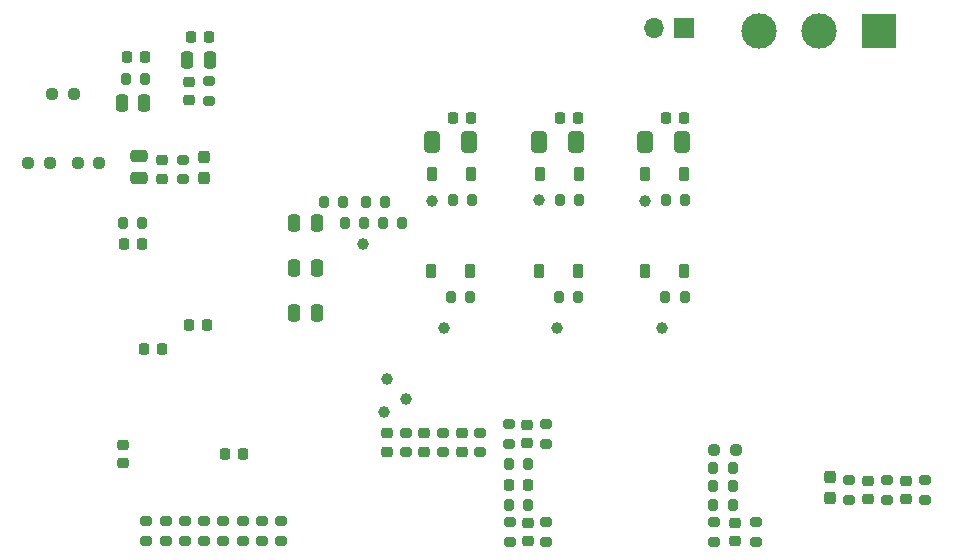
<source format=gbr>
%TF.GenerationSoftware,KiCad,Pcbnew,8.0.3-rc1*%
%TF.CreationDate,2024-06-29T16:34:32+08:00*%
%TF.ProjectId,MC_G431C8,4d435f47-3433-4314-9338-2e6b69636164,rev?*%
%TF.SameCoordinates,Original*%
%TF.FileFunction,Soldermask,Bot*%
%TF.FilePolarity,Negative*%
%FSLAX46Y46*%
G04 Gerber Fmt 4.6, Leading zero omitted, Abs format (unit mm)*
G04 Created by KiCad (PCBNEW 8.0.3-rc1) date 2024-06-29 16:34:32*
%MOMM*%
%LPD*%
G01*
G04 APERTURE LIST*
G04 Aperture macros list*
%AMRoundRect*
0 Rectangle with rounded corners*
0 $1 Rounding radius*
0 $2 $3 $4 $5 $6 $7 $8 $9 X,Y pos of 4 corners*
0 Add a 4 corners polygon primitive as box body*
4,1,4,$2,$3,$4,$5,$6,$7,$8,$9,$2,$3,0*
0 Add four circle primitives for the rounded corners*
1,1,$1+$1,$2,$3*
1,1,$1+$1,$4,$5*
1,1,$1+$1,$6,$7*
1,1,$1+$1,$8,$9*
0 Add four rect primitives between the rounded corners*
20,1,$1+$1,$2,$3,$4,$5,0*
20,1,$1+$1,$4,$5,$6,$7,0*
20,1,$1+$1,$6,$7,$8,$9,0*
20,1,$1+$1,$8,$9,$2,$3,0*%
G04 Aperture macros list end*
%ADD10R,3.000000X3.000000*%
%ADD11C,3.000000*%
%ADD12R,1.700000X1.700000*%
%ADD13O,1.700000X1.700000*%
%ADD14C,1.000000*%
%ADD15RoundRect,0.200000X0.275000X-0.200000X0.275000X0.200000X-0.275000X0.200000X-0.275000X-0.200000X0*%
%ADD16RoundRect,0.225000X0.250000X-0.225000X0.250000X0.225000X-0.250000X0.225000X-0.250000X-0.225000X0*%
%ADD17RoundRect,0.250000X-0.475000X0.250000X-0.475000X-0.250000X0.475000X-0.250000X0.475000X0.250000X0*%
%ADD18RoundRect,0.250000X0.250000X0.475000X-0.250000X0.475000X-0.250000X-0.475000X0.250000X-0.475000X0*%
%ADD19RoundRect,0.200000X-0.275000X0.200000X-0.275000X-0.200000X0.275000X-0.200000X0.275000X0.200000X0*%
%ADD20RoundRect,0.225000X-0.225000X-0.250000X0.225000X-0.250000X0.225000X0.250000X-0.225000X0.250000X0*%
%ADD21RoundRect,0.200000X0.200000X0.275000X-0.200000X0.275000X-0.200000X-0.275000X0.200000X-0.275000X0*%
%ADD22RoundRect,0.250000X-0.412500X-0.650000X0.412500X-0.650000X0.412500X0.650000X-0.412500X0.650000X0*%
%ADD23RoundRect,0.225000X-0.225000X-0.375000X0.225000X-0.375000X0.225000X0.375000X-0.225000X0.375000X0*%
%ADD24RoundRect,0.237500X-0.250000X-0.237500X0.250000X-0.237500X0.250000X0.237500X-0.250000X0.237500X0*%
%ADD25RoundRect,0.225000X-0.250000X0.225000X-0.250000X-0.225000X0.250000X-0.225000X0.250000X0.225000X0*%
%ADD26RoundRect,0.225000X0.225000X0.250000X-0.225000X0.250000X-0.225000X-0.250000X0.225000X-0.250000X0*%
%ADD27RoundRect,0.237500X0.237500X-0.287500X0.237500X0.287500X-0.237500X0.287500X-0.237500X-0.287500X0*%
%ADD28RoundRect,0.200000X-0.200000X-0.275000X0.200000X-0.275000X0.200000X0.275000X-0.200000X0.275000X0*%
%ADD29RoundRect,0.237500X0.250000X0.237500X-0.250000X0.237500X-0.250000X-0.237500X0.250000X-0.237500X0*%
%ADD30RoundRect,0.237500X-0.237500X0.287500X-0.237500X-0.287500X0.237500X-0.287500X0.237500X0.287500X0*%
G04 APERTURE END LIST*
D10*
%TO.C,J5*%
X180350000Y-63344000D03*
D11*
X175270000Y-63344000D03*
X170190000Y-63344000D03*
%TD*%
D12*
%TO.C,J1*%
X163840000Y-63090000D03*
D13*
X161300000Y-63090000D03*
%TD*%
D14*
%TO.C,TP18*%
X153045000Y-88490000D03*
%TD*%
D15*
%TO.C,R41*%
X152095500Y-98296063D03*
X152095500Y-96646063D03*
%TD*%
D16*
%TO.C,C38*%
X141843600Y-98961000D03*
X141843600Y-97411000D03*
%TD*%
D17*
%TO.C,C6*%
X117654706Y-73915000D03*
X117654706Y-75815000D03*
%TD*%
D18*
%TO.C,C13*%
X123649535Y-65766043D03*
X121749535Y-65766043D03*
%TD*%
D19*
%TO.C,R14*%
X184243615Y-101368000D03*
X184243615Y-103018000D03*
%TD*%
D20*
%TO.C,C26*%
X153336800Y-70746693D03*
X154886800Y-70746693D03*
%TD*%
D21*
%TO.C,R4*%
X134947000Y-77822000D03*
X133297000Y-77822000D03*
%TD*%
D15*
%TO.C,R45*%
X149047500Y-106606000D03*
X149047500Y-104956000D03*
%TD*%
%TO.C,R55*%
X119919857Y-106524000D03*
X119919857Y-104874000D03*
%TD*%
D14*
%TO.C,TP16*%
X160491922Y-77706614D03*
%TD*%
%TO.C,TP6*%
X140270886Y-94493844D03*
%TD*%
%TO.C,TP14*%
X142504000Y-77739000D03*
%TD*%
D21*
%TO.C,R30*%
X163903000Y-77651000D03*
X162253000Y-77651000D03*
%TD*%
D16*
%TO.C,C33*%
X150518888Y-98243612D03*
X150518888Y-96693612D03*
%TD*%
D22*
%TO.C,C27*%
X142481500Y-72742000D03*
X145606500Y-72742000D03*
%TD*%
D23*
%TO.C,D13*%
X160554340Y-83664000D03*
X163854340Y-83664000D03*
%TD*%
D16*
%TO.C,C16*%
X116342000Y-99933000D03*
X116342000Y-98383000D03*
%TD*%
D14*
%TO.C,TP15*%
X151523959Y-77686121D03*
%TD*%
D24*
%TO.C,R1*%
X108317500Y-74520000D03*
X110142500Y-74520000D03*
%TD*%
D15*
%TO.C,R37*%
X169875500Y-106606000D03*
X169875500Y-104956000D03*
%TD*%
D25*
%TO.C,C37*%
X150571500Y-105006000D03*
X150571500Y-106556000D03*
%TD*%
D15*
%TO.C,R49*%
X129717000Y-106524000D03*
X129717000Y-104874000D03*
%TD*%
D19*
%TO.C,R39*%
X148970349Y-96633476D03*
X148970349Y-98283476D03*
%TD*%
D21*
%TO.C,R35*%
X167943763Y-100351060D03*
X166293763Y-100351060D03*
%TD*%
D23*
%TO.C,D12*%
X160558000Y-75453000D03*
X163858000Y-75453000D03*
%TD*%
%TO.C,D10*%
X151591800Y-75489693D03*
X154891800Y-75489693D03*
%TD*%
D26*
%TO.C,C18*%
X119657000Y-90268000D03*
X118107000Y-90268000D03*
%TD*%
%TO.C,C32*%
X150571500Y-101780000D03*
X149021500Y-101780000D03*
%TD*%
D23*
%TO.C,D11*%
X151522000Y-83664000D03*
X154822000Y-83664000D03*
%TD*%
D16*
%TO.C,C36*%
X138694000Y-98961000D03*
X138694000Y-97411000D03*
%TD*%
D27*
%TO.C,D1*%
X176165540Y-102853000D03*
X176165540Y-101103000D03*
%TD*%
D19*
%TO.C,R47*%
X152095500Y-104956000D03*
X152095500Y-106606000D03*
%TD*%
D21*
%TO.C,R20*%
X145869000Y-77651000D03*
X144219000Y-77651000D03*
%TD*%
D18*
%TO.C,C22*%
X132720000Y-79600000D03*
X130820000Y-79600000D03*
%TD*%
D20*
%TO.C,C31*%
X162303000Y-70710000D03*
X163853000Y-70710000D03*
%TD*%
D14*
%TO.C,TP5*%
X138440000Y-95602000D03*
%TD*%
D15*
%TO.C,R2*%
X121408234Y-75910000D03*
X121408234Y-74260000D03*
%TD*%
%TO.C,R15*%
X177813155Y-103018000D03*
X177813155Y-101368000D03*
%TD*%
D14*
%TO.C,TP19*%
X161935000Y-88490000D03*
%TD*%
D23*
%TO.C,D9*%
X142524000Y-75453000D03*
X145824000Y-75453000D03*
%TD*%
D28*
%TO.C,R36*%
X166293763Y-101875060D03*
X167943763Y-101875060D03*
%TD*%
D21*
%TO.C,R16*%
X139964000Y-79600000D03*
X138314000Y-79600000D03*
%TD*%
D24*
%TO.C,R12*%
X110318260Y-68722330D03*
X112143260Y-68722330D03*
%TD*%
D20*
%TO.C,C29*%
X144269000Y-70710000D03*
X145819000Y-70710000D03*
%TD*%
D24*
%TO.C,R11*%
X112485000Y-74520000D03*
X114310000Y-74520000D03*
%TD*%
D26*
%TO.C,C17*%
X126515000Y-99158000D03*
X124965000Y-99158000D03*
%TD*%
D18*
%TO.C,C25*%
X132720000Y-87220000D03*
X130820000Y-87220000D03*
%TD*%
D14*
%TO.C,TP4*%
X136662000Y-81378000D03*
%TD*%
D21*
%TO.C,R3*%
X138503000Y-77822000D03*
X136853000Y-77822000D03*
%TD*%
D15*
%TO.C,R53*%
X123185571Y-106524000D03*
X123185571Y-104874000D03*
%TD*%
%TO.C,R44*%
X140268800Y-99011000D03*
X140268800Y-97361000D03*
%TD*%
D25*
%TO.C,C35*%
X168122131Y-105006000D03*
X168122131Y-106556000D03*
%TD*%
D15*
%TO.C,R42*%
X146568000Y-99011000D03*
X146568000Y-97361000D03*
%TD*%
D21*
%TO.C,R7*%
X118217781Y-67425705D03*
X116567781Y-67425705D03*
%TD*%
D15*
%TO.C,R50*%
X128084142Y-106524000D03*
X128084142Y-104874000D03*
%TD*%
D25*
%TO.C,C5*%
X119656470Y-74310000D03*
X119656470Y-75860000D03*
%TD*%
D26*
%TO.C,C8*%
X118226134Y-65537293D03*
X116676134Y-65537293D03*
%TD*%
D18*
%TO.C,C23*%
X132720000Y-83410000D03*
X130820000Y-83410000D03*
%TD*%
D26*
%TO.C,C12*%
X123639913Y-63886586D03*
X122089913Y-63886586D03*
%TD*%
D15*
%TO.C,R54*%
X121552714Y-106524000D03*
X121552714Y-104874000D03*
%TD*%
D18*
%TO.C,C9*%
X118120000Y-69440000D03*
X116220000Y-69440000D03*
%TD*%
D21*
%TO.C,R25*%
X154867000Y-85906000D03*
X153217000Y-85906000D03*
%TD*%
%TO.C,R18*%
X117967331Y-79626494D03*
X116317331Y-79626494D03*
%TD*%
D28*
%TO.C,R38*%
X148971500Y-100002000D03*
X150621500Y-100002000D03*
%TD*%
D16*
%TO.C,C15*%
X121940000Y-69205000D03*
X121940000Y-67655000D03*
%TD*%
D29*
%TO.C,R29*%
X168201263Y-98827060D03*
X166376263Y-98827060D03*
%TD*%
D26*
%TO.C,C24*%
X117917331Y-81360833D03*
X116367331Y-81360833D03*
%TD*%
D21*
%TO.C,R24*%
X154936800Y-77687693D03*
X153286800Y-77687693D03*
%TD*%
D15*
%TO.C,R56*%
X118287000Y-106524000D03*
X118287000Y-104874000D03*
%TD*%
D21*
%TO.C,R31*%
X163899340Y-85906000D03*
X162249340Y-85906000D03*
%TD*%
D20*
%TO.C,C19*%
X121904000Y-88204000D03*
X123454000Y-88204000D03*
%TD*%
D19*
%TO.C,R43*%
X166368763Y-104956000D03*
X166368763Y-106606000D03*
%TD*%
D15*
%TO.C,R51*%
X126451285Y-106524000D03*
X126451285Y-104874000D03*
%TD*%
D28*
%TO.C,R46*%
X148976378Y-103478775D03*
X150626378Y-103478775D03*
%TD*%
D19*
%TO.C,R13*%
X181028385Y-101368000D03*
X181028385Y-103018000D03*
%TD*%
D14*
%TO.C,TP17*%
X143520000Y-88490000D03*
%TD*%
D21*
%TO.C,R17*%
X136725000Y-79600000D03*
X135075000Y-79600000D03*
%TD*%
D23*
%TO.C,D8*%
X142378000Y-83664000D03*
X145678000Y-83664000D03*
%TD*%
D22*
%TO.C,C28*%
X160515500Y-72742000D03*
X163640500Y-72742000D03*
%TD*%
D15*
%TO.C,R10*%
X123635000Y-69255000D03*
X123635000Y-67605000D03*
%TD*%
D22*
%TO.C,C30*%
X151549300Y-72778693D03*
X154674300Y-72778693D03*
%TD*%
D15*
%TO.C,R48*%
X143418400Y-99011000D03*
X143418400Y-97361000D03*
%TD*%
D16*
%TO.C,C34*%
X144993200Y-98961000D03*
X144993200Y-97411000D03*
%TD*%
%TO.C,C1*%
X179420770Y-102968000D03*
X179420770Y-101418000D03*
%TD*%
D21*
%TO.C,R40*%
X167943763Y-103478775D03*
X166293763Y-103478775D03*
%TD*%
D30*
%TO.C,D4*%
X123200000Y-74040000D03*
X123200000Y-75790000D03*
%TD*%
D21*
%TO.C,R19*%
X145723000Y-85906000D03*
X144073000Y-85906000D03*
%TD*%
D14*
%TO.C,TP7*%
X138694000Y-92808000D03*
%TD*%
D16*
%TO.C,C2*%
X182636000Y-102968000D03*
X182636000Y-101418000D03*
%TD*%
D15*
%TO.C,R52*%
X124818428Y-106524000D03*
X124818428Y-104874000D03*
%TD*%
M02*

</source>
